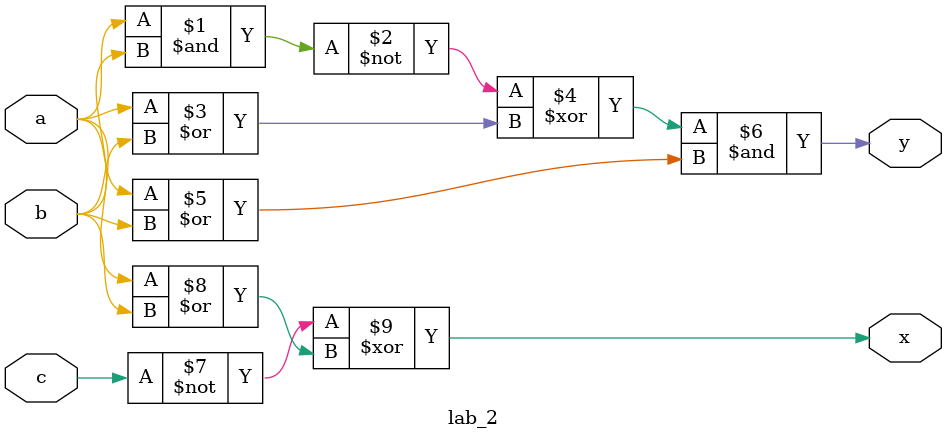
<source format=sv>



module lab_2(
         input a,
         input b,
         input c,
         output x,
         output y
         );
   assign y = (~(a&b)^(a|b))&(a|b);
   assign x= (~(c))^(a|b);

endmodule

</source>
